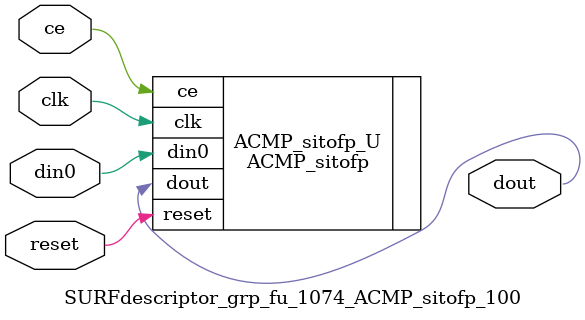
<source format=v>

`timescale 1 ns / 1 ps
module SURFdescriptor_grp_fu_1074_ACMP_sitofp_100(
    clk,
    reset,
    ce,
    din0,
    dout);

parameter ID = 32'd1;
parameter NUM_STAGE = 32'd1;
parameter din0_WIDTH = 32'd1;
parameter dout_WIDTH = 32'd1;
input clk;
input reset;
input ce;
input[din0_WIDTH - 1:0] din0;
output[dout_WIDTH - 1:0] dout;



ACMP_sitofp #(
.ID( ID ),
.NUM_STAGE( 4 ),
.din0_WIDTH( din0_WIDTH ),
.dout_WIDTH( dout_WIDTH ))
ACMP_sitofp_U(
    .clk( clk ),
    .reset( reset ),
    .ce( ce ),
    .din0( din0 ),
    .dout( dout ));

endmodule

</source>
